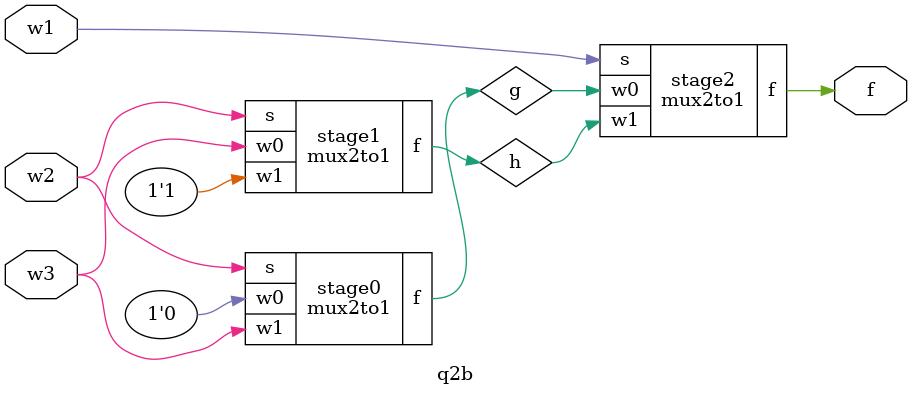
<source format=v>
module mux2to1(w0,w1,s,f);
	input w0,w1,s;
	output reg f;
	always@(w0 or w1 or s)
	begin
		if(s==0)
			f=w0;
		else
			f=w1;
	end
endmodule

module q2b(w1,w2,w3,f);
	input w1,w2,w3;
	output f;
	wire g,h;
	mux2to1 stage0(1'b0,w3,w2,g);
	mux2to1 stage1(w3,1'b1,w2,h);
	mux2to1 stage2(g,h,w1,f);
endmodule
	

</source>
